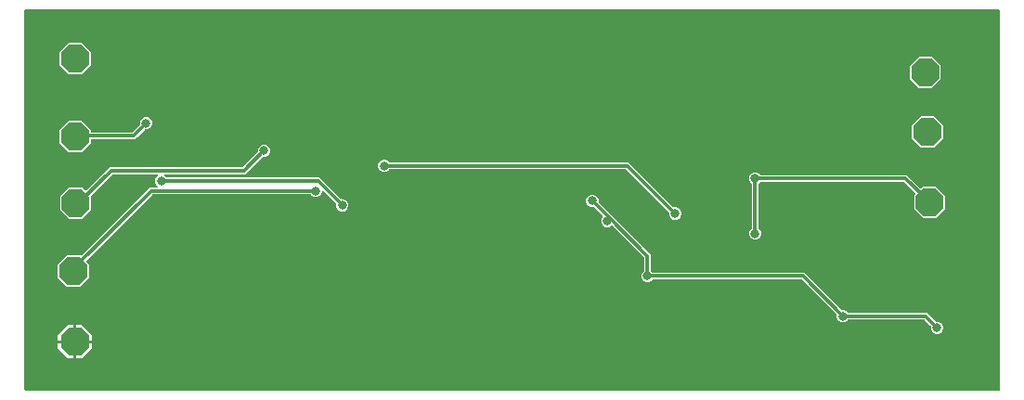
<source format=gbr>
G04 EAGLE Gerber RS-274X export*
G75*
%MOMM*%
%FSLAX34Y34*%
%LPD*%
%INBottom Copper*%
%IPPOS*%
%AMOC8*
5,1,8,0,0,1.08239X$1,22.5*%
G01*
%ADD10P,2.763017X8X22.500000*%
%ADD11C,0.304800*%
%ADD12C,0.806400*%

G36*
X898842Y158551D02*
X898842Y158551D01*
X898862Y158549D01*
X898963Y158571D01*
X899065Y158587D01*
X899083Y158597D01*
X899102Y158601D01*
X899191Y158654D01*
X899282Y158702D01*
X899296Y158717D01*
X899313Y158727D01*
X899381Y158806D01*
X899452Y158881D01*
X899460Y158899D01*
X899473Y158914D01*
X899512Y159010D01*
X899555Y159104D01*
X899558Y159124D01*
X899565Y159142D01*
X899584Y159309D01*
X899446Y505150D01*
X899443Y505169D01*
X899445Y505189D01*
X899423Y505290D01*
X899406Y505393D01*
X899397Y505410D01*
X899393Y505429D01*
X899340Y505518D01*
X899291Y505610D01*
X899277Y505624D01*
X899267Y505641D01*
X899188Y505708D01*
X899113Y505779D01*
X899095Y505788D01*
X899080Y505800D01*
X898984Y505839D01*
X898890Y505883D01*
X898870Y505885D01*
X898852Y505892D01*
X898685Y505911D01*
X10922Y505911D01*
X10902Y505908D01*
X10883Y505910D01*
X10781Y505888D01*
X10679Y505871D01*
X10662Y505862D01*
X10642Y505858D01*
X10553Y505804D01*
X10462Y505756D01*
X10448Y505742D01*
X10431Y505731D01*
X10364Y505653D01*
X10292Y505578D01*
X10284Y505560D01*
X10271Y505544D01*
X10232Y505448D01*
X10189Y505355D01*
X10187Y505335D01*
X10179Y505316D01*
X10161Y505150D01*
X10161Y159309D01*
X10164Y159289D01*
X10162Y159269D01*
X10184Y159168D01*
X10200Y159066D01*
X10210Y159048D01*
X10214Y159029D01*
X10267Y158940D01*
X10316Y158849D01*
X10330Y158835D01*
X10340Y158818D01*
X10419Y158751D01*
X10494Y158679D01*
X10512Y158671D01*
X10527Y158658D01*
X10623Y158619D01*
X10717Y158576D01*
X10737Y158573D01*
X10755Y158566D01*
X10922Y158548D01*
X898822Y158548D01*
X898842Y158551D01*
G37*
%LPC*%
G36*
X48920Y253453D02*
X48920Y253453D01*
X40550Y261823D01*
X40550Y273660D01*
X48920Y282030D01*
X60757Y282030D01*
X61257Y281529D01*
X61273Y281518D01*
X61286Y281502D01*
X61373Y281446D01*
X61457Y281386D01*
X61476Y281380D01*
X61493Y281369D01*
X61593Y281344D01*
X61692Y281313D01*
X61712Y281314D01*
X61731Y281309D01*
X61834Y281317D01*
X61938Y281320D01*
X61957Y281327D01*
X61977Y281328D01*
X62071Y281369D01*
X62169Y281404D01*
X62185Y281417D01*
X62203Y281425D01*
X62334Y281529D01*
X122458Y341654D01*
X124467Y343663D01*
X131425Y343663D01*
X131496Y343674D01*
X131568Y343676D01*
X131617Y343694D01*
X131668Y343702D01*
X131732Y343736D01*
X131799Y343761D01*
X131840Y343793D01*
X131886Y343818D01*
X131935Y343870D01*
X131991Y343914D01*
X132019Y343958D01*
X132055Y343996D01*
X132085Y344061D01*
X132124Y344121D01*
X132137Y344172D01*
X132159Y344219D01*
X132166Y344290D01*
X132184Y344360D01*
X132180Y344412D01*
X132186Y344463D01*
X132170Y344534D01*
X132165Y344605D01*
X132145Y344653D01*
X132133Y344704D01*
X132097Y344765D01*
X132069Y344831D01*
X132024Y344887D01*
X132007Y344915D01*
X131989Y344930D01*
X131964Y344962D01*
X130316Y346610D01*
X129470Y348653D01*
X129470Y350863D01*
X130316Y352906D01*
X131964Y354554D01*
X132006Y354612D01*
X132055Y354664D01*
X132077Y354711D01*
X132107Y354753D01*
X132128Y354822D01*
X132159Y354887D01*
X132164Y354939D01*
X132180Y354989D01*
X132178Y355060D01*
X132186Y355131D01*
X132175Y355182D01*
X132173Y355234D01*
X132149Y355302D01*
X132133Y355372D01*
X132107Y355417D01*
X132089Y355465D01*
X132044Y355521D01*
X132007Y355583D01*
X131968Y355617D01*
X131935Y355657D01*
X131875Y355696D01*
X131820Y355743D01*
X131772Y355762D01*
X131728Y355790D01*
X131659Y355808D01*
X131592Y355835D01*
X131521Y355843D01*
X131490Y355851D01*
X131466Y355849D01*
X131425Y355853D01*
X90732Y355853D01*
X90642Y355839D01*
X90551Y355831D01*
X90521Y355819D01*
X90489Y355814D01*
X90409Y355771D01*
X90325Y355735D01*
X90293Y355709D01*
X90272Y355698D01*
X90250Y355675D01*
X90194Y355630D01*
X71089Y336525D01*
X71077Y336509D01*
X71062Y336497D01*
X71006Y336410D01*
X70946Y336326D01*
X70940Y336307D01*
X70929Y336290D01*
X70904Y336190D01*
X70873Y336091D01*
X70874Y336071D01*
X70869Y336051D01*
X70877Y335948D01*
X70880Y335845D01*
X70886Y335826D01*
X70888Y335806D01*
X70928Y335711D01*
X70964Y335614D01*
X70976Y335598D01*
X70984Y335580D01*
X71089Y335449D01*
X71181Y335357D01*
X71181Y323520D01*
X62811Y315150D01*
X50975Y315150D01*
X42605Y323520D01*
X42605Y335357D01*
X50975Y343727D01*
X62811Y343727D01*
X65701Y340837D01*
X65717Y340825D01*
X65730Y340810D01*
X65817Y340754D01*
X65901Y340694D01*
X65920Y340688D01*
X65936Y340677D01*
X66037Y340652D01*
X66136Y340621D01*
X66156Y340622D01*
X66175Y340617D01*
X66278Y340625D01*
X66382Y340628D01*
X66400Y340634D01*
X66420Y340636D01*
X66515Y340676D01*
X66613Y340712D01*
X66628Y340725D01*
X66647Y340732D01*
X66777Y340837D01*
X87891Y361951D01*
X208734Y361951D01*
X208824Y361965D01*
X208915Y361973D01*
X208945Y361985D01*
X208977Y361990D01*
X209057Y362033D01*
X209141Y362069D01*
X209173Y362095D01*
X209194Y362106D01*
X209216Y362129D01*
X209272Y362174D01*
X222820Y375722D01*
X222873Y375796D01*
X222882Y375806D01*
X222912Y375837D01*
X222915Y375844D01*
X222933Y375865D01*
X222945Y375895D01*
X222964Y375922D01*
X222989Y376005D01*
X223015Y376060D01*
X223017Y376073D01*
X223025Y376093D01*
X223029Y376134D01*
X223036Y376157D01*
X223035Y376189D01*
X223043Y376260D01*
X223043Y378295D01*
X223889Y380338D01*
X225452Y381901D01*
X227495Y382747D01*
X229705Y382747D01*
X231748Y381901D01*
X233311Y380338D01*
X234157Y378295D01*
X234157Y376085D01*
X233311Y374042D01*
X231748Y372479D01*
X229705Y371633D01*
X227670Y371633D01*
X227580Y371619D01*
X227489Y371611D01*
X227459Y371599D01*
X227427Y371594D01*
X227347Y371551D01*
X227263Y371515D01*
X227231Y371489D01*
X227210Y371478D01*
X227188Y371455D01*
X227132Y371410D01*
X211575Y355853D01*
X138627Y355853D01*
X138557Y355842D01*
X138485Y355840D01*
X138436Y355822D01*
X138385Y355814D01*
X138321Y355780D01*
X138254Y355755D01*
X138213Y355723D01*
X138167Y355698D01*
X138118Y355646D01*
X138062Y355602D01*
X138034Y355558D01*
X137998Y355520D01*
X137968Y355455D01*
X137929Y355395D01*
X137916Y355344D01*
X137894Y355297D01*
X137886Y355226D01*
X137869Y355156D01*
X137873Y355104D01*
X137867Y355053D01*
X137882Y354982D01*
X137888Y354911D01*
X137908Y354863D01*
X137919Y354812D01*
X137956Y354751D01*
X137984Y354685D01*
X138029Y354629D01*
X138046Y354601D01*
X138063Y354586D01*
X138089Y354554D01*
X139613Y353030D01*
X139687Y352977D01*
X139757Y352917D01*
X139787Y352905D01*
X139813Y352886D01*
X139900Y352859D01*
X139985Y352825D01*
X140026Y352821D01*
X140048Y352814D01*
X140080Y352815D01*
X140151Y352807D01*
X279370Y352807D01*
X298798Y333379D01*
X298872Y333326D01*
X298941Y333266D01*
X298972Y333254D01*
X298998Y333235D01*
X299085Y333208D01*
X299170Y333174D01*
X299211Y333170D01*
X299233Y333163D01*
X299265Y333164D01*
X299336Y333156D01*
X301371Y333156D01*
X303414Y332310D01*
X304977Y330747D01*
X305823Y328704D01*
X305823Y326494D01*
X304977Y324451D01*
X303414Y322888D01*
X301371Y322042D01*
X299161Y322042D01*
X297118Y322888D01*
X295555Y324451D01*
X294709Y326494D01*
X294709Y328529D01*
X294695Y328619D01*
X294688Y328710D01*
X294675Y328740D01*
X294670Y328772D01*
X294627Y328852D01*
X294591Y328936D01*
X294566Y328968D01*
X294555Y328989D01*
X294531Y329011D01*
X294486Y329067D01*
X282677Y340876D01*
X282619Y340918D01*
X282567Y340967D01*
X282520Y340989D01*
X282478Y341020D01*
X282409Y341041D01*
X282344Y341071D01*
X282292Y341077D01*
X282243Y341092D01*
X282171Y341090D01*
X282100Y341098D01*
X282049Y341087D01*
X281997Y341086D01*
X281929Y341061D01*
X281859Y341046D01*
X281815Y341019D01*
X281766Y341001D01*
X281710Y340956D01*
X281648Y340920D01*
X281614Y340880D01*
X281574Y340848D01*
X281535Y340787D01*
X281488Y340733D01*
X281469Y340684D01*
X281441Y340641D01*
X281423Y340571D01*
X281396Y340505D01*
X281388Y340433D01*
X281381Y340402D01*
X281382Y340379D01*
X281378Y340338D01*
X281378Y339509D01*
X280532Y337466D01*
X278969Y335903D01*
X276926Y335057D01*
X274716Y335057D01*
X272673Y335903D01*
X271234Y337342D01*
X271160Y337395D01*
X271091Y337455D01*
X271061Y337467D01*
X271035Y337486D01*
X270948Y337513D01*
X270863Y337547D01*
X270822Y337551D01*
X270800Y337558D01*
X270767Y337557D01*
X270696Y337565D01*
X127308Y337565D01*
X127218Y337551D01*
X127127Y337543D01*
X127097Y337531D01*
X127065Y337526D01*
X126985Y337483D01*
X126901Y337447D01*
X126869Y337421D01*
X126848Y337410D01*
X126826Y337387D01*
X126770Y337342D01*
X66645Y277218D01*
X66634Y277202D01*
X66618Y277189D01*
X66562Y277102D01*
X66502Y277018D01*
X66496Y276999D01*
X66485Y276982D01*
X66460Y276882D01*
X66429Y276783D01*
X66430Y276763D01*
X66425Y276744D01*
X66433Y276641D01*
X66436Y276537D01*
X66443Y276518D01*
X66444Y276499D01*
X66485Y276404D01*
X66520Y276306D01*
X66533Y276290D01*
X66541Y276272D01*
X66645Y276141D01*
X69127Y273660D01*
X69127Y261823D01*
X60757Y253453D01*
X48920Y253453D01*
G37*
%LPD*%
%LPC*%
G36*
X841349Y210211D02*
X841349Y210211D01*
X839307Y211057D01*
X837744Y212620D01*
X836898Y214663D01*
X836898Y216698D01*
X836883Y216788D01*
X836876Y216879D01*
X836863Y216909D01*
X836858Y216941D01*
X836815Y217021D01*
X836780Y217105D01*
X836754Y217137D01*
X836743Y217158D01*
X836720Y217180D01*
X836675Y217236D01*
X830869Y223042D01*
X830795Y223095D01*
X830725Y223155D01*
X830695Y223167D01*
X830669Y223186D01*
X830582Y223213D01*
X830497Y223247D01*
X830456Y223251D01*
X830434Y223258D01*
X830402Y223257D01*
X830330Y223265D01*
X761791Y223265D01*
X761701Y223251D01*
X761610Y223243D01*
X761580Y223231D01*
X761548Y223226D01*
X761468Y223183D01*
X761384Y223147D01*
X761352Y223121D01*
X761331Y223110D01*
X761321Y223100D01*
X761319Y223099D01*
X761306Y223085D01*
X761253Y223042D01*
X759814Y221603D01*
X757771Y220757D01*
X755561Y220757D01*
X753518Y221603D01*
X751955Y223166D01*
X751109Y225209D01*
X751109Y227244D01*
X751095Y227334D01*
X751087Y227425D01*
X751075Y227455D01*
X751070Y227487D01*
X751027Y227567D01*
X750991Y227651D01*
X750965Y227683D01*
X750954Y227704D01*
X750931Y227726D01*
X750886Y227782D01*
X719050Y259618D01*
X718976Y259671D01*
X718907Y259731D01*
X718877Y259743D01*
X718850Y259762D01*
X718763Y259789D01*
X718679Y259823D01*
X718638Y259827D01*
X718615Y259834D01*
X718583Y259833D01*
X718512Y259841D01*
X583483Y259841D01*
X583393Y259827D01*
X583302Y259819D01*
X583272Y259807D01*
X583240Y259802D01*
X583160Y259759D01*
X583076Y259723D01*
X583044Y259697D01*
X583023Y259686D01*
X583001Y259663D01*
X582945Y259618D01*
X581506Y258179D01*
X579463Y257333D01*
X577253Y257333D01*
X575210Y258179D01*
X573647Y259742D01*
X572801Y261785D01*
X572801Y263995D01*
X573647Y266038D01*
X575086Y267477D01*
X575139Y267551D01*
X575199Y267620D01*
X575211Y267650D01*
X575230Y267676D01*
X575257Y267763D01*
X575291Y267848D01*
X575295Y267889D01*
X575302Y267912D01*
X575301Y267944D01*
X575309Y268015D01*
X575309Y279600D01*
X575307Y279614D01*
X575308Y279626D01*
X575295Y279686D01*
X575295Y279690D01*
X575287Y279781D01*
X575275Y279811D01*
X575270Y279843D01*
X575227Y279923D01*
X575191Y280007D01*
X575165Y280039D01*
X575154Y280060D01*
X575131Y280082D01*
X575086Y280138D01*
X546380Y308845D01*
X546363Y308856D01*
X546351Y308872D01*
X546264Y308928D01*
X546180Y308988D01*
X546161Y308994D01*
X546144Y309005D01*
X546044Y309030D01*
X545945Y309061D01*
X545925Y309060D01*
X545906Y309065D01*
X545803Y309057D01*
X545699Y309054D01*
X545680Y309047D01*
X545660Y309046D01*
X545565Y309005D01*
X545468Y308970D01*
X545452Y308957D01*
X545434Y308950D01*
X545303Y308845D01*
X544930Y308471D01*
X542887Y307625D01*
X540677Y307625D01*
X538634Y308471D01*
X537071Y310034D01*
X536225Y312077D01*
X536225Y314287D01*
X537071Y316330D01*
X537445Y316703D01*
X537456Y316719D01*
X537472Y316732D01*
X537528Y316819D01*
X537588Y316903D01*
X537594Y316922D01*
X537605Y316939D01*
X537630Y317039D01*
X537661Y317138D01*
X537660Y317158D01*
X537665Y317177D01*
X537657Y317280D01*
X537654Y317384D01*
X537647Y317403D01*
X537646Y317422D01*
X537605Y317517D01*
X537570Y317615D01*
X537557Y317630D01*
X537550Y317649D01*
X537445Y317780D01*
X529534Y325690D01*
X529460Y325743D01*
X529391Y325803D01*
X529361Y325815D01*
X529334Y325834D01*
X529247Y325861D01*
X529163Y325895D01*
X529122Y325899D01*
X529099Y325906D01*
X529067Y325905D01*
X528996Y325913D01*
X526961Y325913D01*
X524918Y326759D01*
X523355Y328322D01*
X522509Y330365D01*
X522509Y332575D01*
X523355Y334618D01*
X524918Y336181D01*
X526961Y337027D01*
X529171Y337027D01*
X531214Y336181D01*
X532777Y334618D01*
X533623Y332575D01*
X533623Y330540D01*
X533637Y330450D01*
X533645Y330359D01*
X533657Y330329D01*
X533662Y330297D01*
X533705Y330217D01*
X533741Y330133D01*
X533767Y330101D01*
X533778Y330080D01*
X533801Y330058D01*
X533846Y330002D01*
X545108Y318740D01*
X581407Y282441D01*
X581407Y268015D01*
X581421Y267925D01*
X581429Y267834D01*
X581441Y267804D01*
X581446Y267772D01*
X581489Y267692D01*
X581525Y267608D01*
X581551Y267576D01*
X581562Y267555D01*
X581585Y267533D01*
X581630Y267477D01*
X582945Y266162D01*
X583019Y266109D01*
X583088Y266049D01*
X583118Y266037D01*
X583144Y266018D01*
X583231Y265991D01*
X583316Y265957D01*
X583357Y265953D01*
X583380Y265946D01*
X583412Y265947D01*
X583483Y265939D01*
X721353Y265939D01*
X723362Y263930D01*
X755198Y232094D01*
X755272Y232041D01*
X755341Y231981D01*
X755371Y231969D01*
X755398Y231950D01*
X755485Y231923D01*
X755569Y231889D01*
X755610Y231885D01*
X755633Y231878D01*
X755665Y231879D01*
X755736Y231871D01*
X757771Y231871D01*
X759814Y231025D01*
X761253Y229586D01*
X761327Y229533D01*
X761396Y229473D01*
X761426Y229461D01*
X761452Y229442D01*
X761539Y229415D01*
X761624Y229381D01*
X761665Y229377D01*
X761688Y229370D01*
X761720Y229371D01*
X761791Y229363D01*
X833171Y229363D01*
X840986Y221548D01*
X841060Y221495D01*
X841130Y221435D01*
X841160Y221423D01*
X841186Y221404D01*
X841273Y221377D01*
X841358Y221343D01*
X841399Y221339D01*
X841421Y221332D01*
X841453Y221333D01*
X841525Y221325D01*
X843560Y221325D01*
X845602Y220479D01*
X847165Y218916D01*
X848011Y216873D01*
X848011Y214663D01*
X847165Y212620D01*
X845602Y211057D01*
X843560Y210211D01*
X841349Y210211D01*
G37*
%LPD*%
%LPC*%
G36*
X675551Y296195D02*
X675551Y296195D01*
X673508Y297041D01*
X671945Y298604D01*
X671099Y300647D01*
X671099Y302857D01*
X671945Y304900D01*
X673384Y306339D01*
X673437Y306413D01*
X673497Y306482D01*
X673509Y306512D01*
X673528Y306538D01*
X673555Y306625D01*
X673589Y306710D01*
X673593Y306751D01*
X673600Y306774D01*
X673599Y306806D01*
X673607Y306877D01*
X673607Y346919D01*
X673593Y347009D01*
X673585Y347100D01*
X673573Y347130D01*
X673568Y347162D01*
X673525Y347242D01*
X673489Y347326D01*
X673463Y347358D01*
X673452Y347379D01*
X673429Y347401D01*
X673384Y347457D01*
X671945Y348896D01*
X671099Y350939D01*
X671099Y353149D01*
X671945Y355192D01*
X673508Y356755D01*
X675551Y357601D01*
X677761Y357601D01*
X679804Y356755D01*
X681243Y355316D01*
X681317Y355263D01*
X681386Y355203D01*
X681416Y355191D01*
X681442Y355172D01*
X681529Y355145D01*
X681614Y355111D01*
X681655Y355107D01*
X681678Y355100D01*
X681710Y355101D01*
X681781Y355093D01*
X815079Y355093D01*
X827186Y342986D01*
X827202Y342974D01*
X827214Y342959D01*
X827280Y342917D01*
X827322Y342880D01*
X827346Y342871D01*
X827385Y342842D01*
X827404Y342837D01*
X827421Y342826D01*
X827519Y342801D01*
X827550Y342789D01*
X827566Y342787D01*
X827620Y342770D01*
X827640Y342771D01*
X827660Y342766D01*
X827717Y342770D01*
X827731Y342770D01*
X827745Y342772D01*
X827763Y342774D01*
X827866Y342776D01*
X827885Y342783D01*
X827905Y342785D01*
X827957Y342807D01*
X827974Y342810D01*
X828009Y342829D01*
X828097Y342861D01*
X828113Y342873D01*
X828131Y342881D01*
X828176Y342917D01*
X828191Y342925D01*
X828208Y342942D01*
X828262Y342986D01*
X829887Y344611D01*
X841724Y344611D01*
X850094Y336241D01*
X850094Y324404D01*
X841724Y316034D01*
X829887Y316034D01*
X821517Y324404D01*
X821517Y336241D01*
X822874Y337598D01*
X822886Y337614D01*
X822901Y337626D01*
X822957Y337714D01*
X823018Y337797D01*
X823023Y337816D01*
X823034Y337833D01*
X823060Y337934D01*
X823090Y338033D01*
X823089Y338053D01*
X823094Y338072D01*
X823086Y338175D01*
X823084Y338278D01*
X823077Y338297D01*
X823075Y338317D01*
X823035Y338412D01*
X822999Y338509D01*
X822987Y338525D01*
X822979Y338543D01*
X822874Y338674D01*
X812776Y348772D01*
X812702Y348825D01*
X812633Y348885D01*
X812603Y348897D01*
X812576Y348916D01*
X812489Y348943D01*
X812405Y348977D01*
X812364Y348981D01*
X812341Y348988D01*
X812309Y348987D01*
X812238Y348995D01*
X681781Y348995D01*
X681691Y348981D01*
X681600Y348973D01*
X681570Y348961D01*
X681538Y348956D01*
X681458Y348913D01*
X681374Y348877D01*
X681342Y348851D01*
X681321Y348840D01*
X681299Y348817D01*
X681243Y348772D01*
X679928Y347457D01*
X679875Y347383D01*
X679815Y347314D01*
X679803Y347284D01*
X679784Y347258D01*
X679757Y347171D01*
X679723Y347086D01*
X679719Y347045D01*
X679712Y347022D01*
X679713Y346990D01*
X679705Y346919D01*
X679705Y306877D01*
X679719Y306787D01*
X679727Y306696D01*
X679739Y306666D01*
X679744Y306634D01*
X679787Y306554D01*
X679823Y306470D01*
X679849Y306438D01*
X679860Y306417D01*
X679883Y306395D01*
X679928Y306339D01*
X681367Y304900D01*
X682213Y302857D01*
X682213Y300647D01*
X681367Y298604D01*
X679804Y297041D01*
X677761Y296195D01*
X675551Y296195D01*
G37*
%LPD*%
%LPC*%
G36*
X602399Y314483D02*
X602399Y314483D01*
X600356Y315329D01*
X598793Y316892D01*
X597947Y318935D01*
X597947Y320970D01*
X597933Y321060D01*
X597925Y321151D01*
X597913Y321181D01*
X597908Y321213D01*
X597865Y321293D01*
X597829Y321377D01*
X597803Y321409D01*
X597792Y321430D01*
X597769Y321452D01*
X597724Y321508D01*
X559030Y360202D01*
X558956Y360255D01*
X558887Y360315D01*
X558857Y360327D01*
X558830Y360346D01*
X558743Y360373D01*
X558659Y360407D01*
X558618Y360411D01*
X558595Y360418D01*
X558563Y360417D01*
X558492Y360425D01*
X343453Y360425D01*
X343363Y360411D01*
X343272Y360403D01*
X343242Y360391D01*
X343210Y360386D01*
X343130Y360343D01*
X343046Y360307D01*
X343014Y360281D01*
X342993Y360270D01*
X342971Y360247D01*
X342915Y360202D01*
X341476Y358763D01*
X339433Y357917D01*
X337223Y357917D01*
X335180Y358763D01*
X333617Y360326D01*
X332771Y362369D01*
X332771Y364579D01*
X333617Y366622D01*
X335180Y368185D01*
X337223Y369031D01*
X339433Y369031D01*
X341476Y368185D01*
X342915Y366746D01*
X342989Y366693D01*
X343058Y366633D01*
X343088Y366621D01*
X343114Y366602D01*
X343201Y366575D01*
X343286Y366541D01*
X343327Y366537D01*
X343350Y366530D01*
X343382Y366531D01*
X343453Y366523D01*
X561333Y366523D01*
X602036Y325820D01*
X602110Y325767D01*
X602179Y325707D01*
X602209Y325695D01*
X602236Y325676D01*
X602323Y325649D01*
X602407Y325615D01*
X602448Y325611D01*
X602471Y325604D01*
X602503Y325605D01*
X602574Y325597D01*
X604609Y325597D01*
X606652Y324751D01*
X608215Y323188D01*
X609061Y321145D01*
X609061Y318935D01*
X608215Y316892D01*
X606652Y315329D01*
X604609Y314483D01*
X602399Y314483D01*
G37*
%LPD*%
%LPC*%
G36*
X50652Y376118D02*
X50652Y376118D01*
X42282Y384488D01*
X42282Y396324D01*
X50652Y404694D01*
X62489Y404694D01*
X70859Y396324D01*
X70859Y394716D01*
X70862Y394696D01*
X70860Y394677D01*
X70882Y394575D01*
X70898Y394473D01*
X70908Y394456D01*
X70912Y394436D01*
X70965Y394347D01*
X71013Y394256D01*
X71028Y394242D01*
X71038Y394225D01*
X71117Y394158D01*
X71192Y394086D01*
X71210Y394078D01*
X71225Y394065D01*
X71321Y394026D01*
X71415Y393983D01*
X71435Y393981D01*
X71453Y393973D01*
X71620Y393955D01*
X108150Y393955D01*
X108240Y393969D01*
X108331Y393977D01*
X108361Y393989D01*
X108393Y393994D01*
X108473Y394037D01*
X108557Y394073D01*
X108589Y394099D01*
X108610Y394110D01*
X108632Y394133D01*
X108688Y394178D01*
X115378Y400868D01*
X115423Y400930D01*
X115450Y400958D01*
X115455Y400969D01*
X115491Y401011D01*
X115503Y401041D01*
X115522Y401068D01*
X115549Y401155D01*
X115583Y401239D01*
X115587Y401280D01*
X115594Y401303D01*
X115593Y401335D01*
X115601Y401406D01*
X115601Y403441D01*
X116447Y405484D01*
X118010Y407047D01*
X120053Y407893D01*
X122263Y407893D01*
X124306Y407047D01*
X125869Y405484D01*
X126715Y403441D01*
X126715Y401231D01*
X125869Y399188D01*
X124306Y397625D01*
X122263Y396779D01*
X120228Y396779D01*
X120138Y396765D01*
X120047Y396757D01*
X120017Y396745D01*
X119985Y396740D01*
X119905Y396697D01*
X119821Y396661D01*
X119789Y396635D01*
X119768Y396624D01*
X119746Y396601D01*
X119690Y396556D01*
X113000Y389866D01*
X110991Y387857D01*
X71620Y387857D01*
X71600Y387854D01*
X71580Y387856D01*
X71479Y387834D01*
X71377Y387818D01*
X71360Y387808D01*
X71340Y387804D01*
X71251Y387751D01*
X71160Y387702D01*
X71146Y387688D01*
X71129Y387678D01*
X71062Y387599D01*
X70990Y387524D01*
X70982Y387506D01*
X70969Y387491D01*
X70930Y387395D01*
X70887Y387301D01*
X70885Y387281D01*
X70877Y387263D01*
X70859Y387096D01*
X70859Y384488D01*
X62489Y376118D01*
X50652Y376118D01*
G37*
%LPD*%
%LPC*%
G36*
X50652Y447408D02*
X50652Y447408D01*
X42282Y455778D01*
X42282Y467615D01*
X50652Y475985D01*
X62489Y475985D01*
X70859Y467615D01*
X70859Y455778D01*
X62489Y447408D01*
X50652Y447408D01*
G37*
%LPD*%
%LPC*%
G36*
X825728Y434517D02*
X825728Y434517D01*
X817358Y442887D01*
X817358Y454724D01*
X825728Y463094D01*
X837565Y463094D01*
X845935Y454724D01*
X845935Y442887D01*
X837565Y434517D01*
X825728Y434517D01*
G37*
%LPD*%
%LPC*%
G36*
X827952Y380550D02*
X827952Y380550D01*
X819582Y388920D01*
X819582Y400757D01*
X827952Y409127D01*
X839788Y409127D01*
X848158Y400757D01*
X848158Y388920D01*
X839788Y380550D01*
X827952Y380550D01*
G37*
%LPD*%
%LPC*%
G36*
X57653Y204439D02*
X57653Y204439D01*
X57653Y218220D01*
X62469Y218220D01*
X71434Y209255D01*
X71434Y204439D01*
X57653Y204439D01*
G37*
%LPD*%
%LPC*%
G36*
X40825Y204439D02*
X40825Y204439D01*
X40825Y209255D01*
X49790Y218220D01*
X54606Y218220D01*
X54606Y204439D01*
X40825Y204439D01*
G37*
%LPD*%
%LPC*%
G36*
X57653Y187612D02*
X57653Y187612D01*
X57653Y201393D01*
X71434Y201393D01*
X71434Y196577D01*
X62469Y187612D01*
X57653Y187612D01*
G37*
%LPD*%
%LPC*%
G36*
X49790Y187612D02*
X49790Y187612D01*
X40825Y196577D01*
X40825Y201393D01*
X54606Y201393D01*
X54606Y187612D01*
X49790Y187612D01*
G37*
%LPD*%
%LPC*%
G36*
X56129Y202915D02*
X56129Y202915D01*
X56129Y202917D01*
X56130Y202917D01*
X56130Y202915D01*
X56129Y202915D01*
G37*
%LPD*%
D10*
X56570Y461696D03*
X56570Y390406D03*
X56893Y329438D03*
X831646Y448805D03*
X833870Y394838D03*
X835805Y330323D03*
X56130Y202916D03*
X54839Y267741D03*
D11*
X578358Y262890D02*
X578358Y281178D01*
X544068Y315468D02*
X528066Y331470D01*
X544068Y315468D02*
X578358Y281178D01*
X720090Y262890D02*
X756666Y226314D01*
X720090Y262890D02*
X578358Y262890D01*
X541782Y313182D02*
X544068Y315468D01*
X125730Y340614D02*
X54864Y269748D01*
X125730Y340614D02*
X275821Y340614D01*
X54864Y269748D02*
X54839Y267741D01*
X831908Y226314D02*
X842455Y215768D01*
X831908Y226314D02*
X756666Y226314D01*
D12*
X578358Y262890D03*
X528066Y331470D03*
X756666Y226314D03*
X541782Y313182D03*
X275821Y340614D03*
X842455Y215768D03*
X651612Y212903D03*
D11*
X228600Y377190D02*
X210312Y358902D01*
X89154Y358902D01*
X61722Y331470D01*
X57150Y331470D01*
X56893Y329438D01*
D12*
X228600Y377190D03*
D11*
X121158Y402336D02*
X109728Y390906D01*
X57150Y390906D01*
X56570Y390406D01*
D12*
X121158Y402336D03*
D11*
X676656Y352044D02*
X813816Y352044D01*
X834390Y331470D01*
X835805Y330323D01*
X676656Y352044D02*
X676656Y301752D01*
D12*
X676656Y352044D03*
X676656Y301752D03*
D11*
X603504Y320040D02*
X560070Y363474D01*
X338328Y363474D01*
D12*
X603504Y320040D03*
X338328Y363474D03*
D11*
X300266Y327599D02*
X278107Y349758D01*
X135026Y349758D01*
D12*
X300266Y327599D03*
X135026Y349758D03*
M02*

</source>
